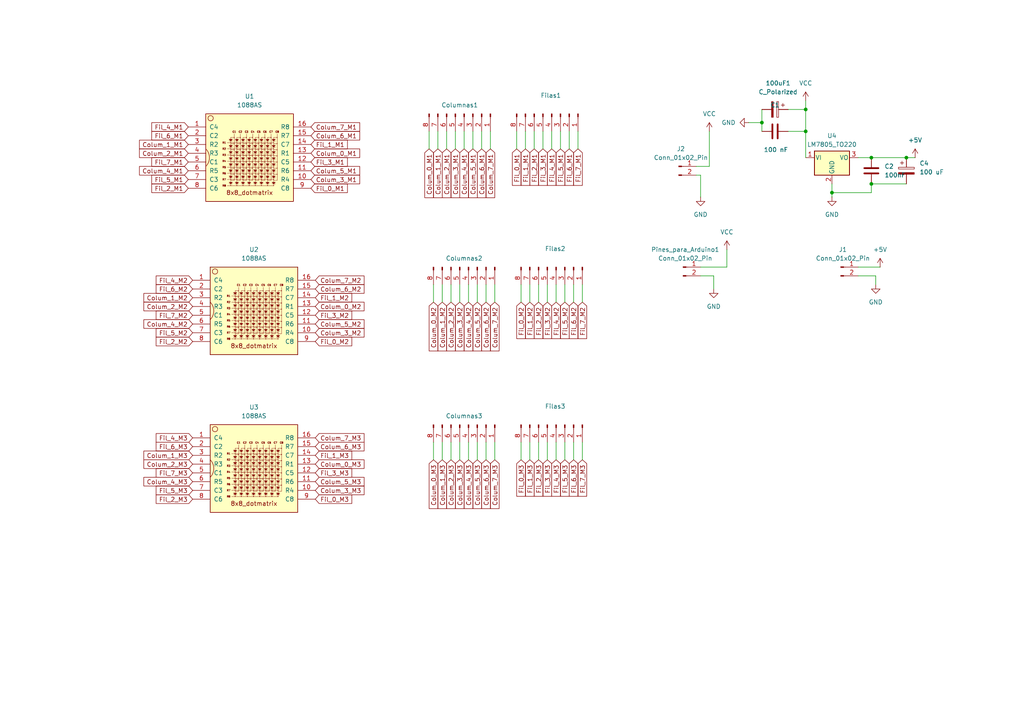
<source format=kicad_sch>
(kicad_sch (version 20250114) (generator "eeschema") (generator_version "9.0")
  (paper "A4")
  (lib_symbols
    (symbol "Connector:Conn_01x02_Pin" (pin_names (offset 1.016) (hide yes))
      (property "Reference" "J" (at 0 2.54 0))
      (property "Value" "Conn_01x02_Pin" (at 0 -5.08 0))
      (symbol "Conn_01x02_Pin_1_1"
        (pin passive line (at 5.08 0 180) (length 3.81) (name "Pin_1") (number "1"))
        (pin passive line (at 5.08 -2.54 180) (length 3.81) (name "Pin_2") (number "2"))
      )
    )
    (symbol "Connector:Conn_01x08_Pin" (pin_names (offset 1.016) (hide yes))
      (property "Reference" "J" (at 0 10.16 0))
      (property "Value" "Conn_01x08_Pin" (at 0 -12.7 0))
      (symbol "Conn_01x08_Pin_1_1"
        (pin passive line (at 5.08 7.62 180) (length 3.81) (name "Pin_1") (number "1"))
        (pin passive line (at 5.08 5.08 180) (length 3.81) (name "Pin_2") (number "2"))
        (pin passive line (at 5.08 2.54 180) (length 3.81) (name "Pin_3") (number "3"))
        (pin passive line (at 5.08 0 180) (length 3.81) (name "Pin_4") (number "4"))
        (pin passive line (at 5.08 -2.54 180) (length 3.81) (name "Pin_5") (number "5"))
        (pin passive line (at 5.08 -5.08 180) (length 3.81) (name "Pin_6") (number "6"))
        (pin passive line (at 5.08 -7.62 180) (length 3.81) (name "Pin_7") (number "7"))
        (pin passive line (at 5.08 -10.16 180) (length 3.81) (name "Pin_8") (number "8"))
      )
    )
    (symbol "Device:C" (pin_numbers (hide yes)) (pin_names (offset 0.254))
      (property "Reference" "C" (at 0.635 2.54 0))
      (property "Value" "C" (at 0.635 -2.54 0))
      (symbol "C_1_1"
        (pin passive line (at 0 3.81 270) (length 2.794) (name "~") (number "1"))
        (pin passive line (at 0 -3.81 90) (length 2.794) (name "~") (number "2"))
      )
    )
    (symbol "Device:C_Polarized" (pin_numbers (hide yes)) (pin_names (offset 0.254))
      (property "Reference" "C" (at 0.635 2.54 0))
      (property "Value" "C_Polarized" (at 0.635 -2.54 0))
      (symbol "C_Polarized_1_1"
        (pin passive line (at 0 3.81 270) (length 2.794) (name "~") (number "1"))
        (pin passive line (at 0 -3.81 90) (length 2.794) (name "~") (number "2"))
      )
    )
    (symbol "LED_1088as:1088AS" (pin_names (offset 1.016))
      (property "Reference" "U" (at 7.62 11.43 0))
      (property "Value" "1088AS" (at 0 11.43 0))
      (symbol "1088AS_0_0"
        (text "8x8_dotmatrix" (at 0 -10.16 0) (effects (font (size 1.27 1.27))))
      )
      (symbol "1088AS_1_1"
        (text "R1" (at -7.366 4.318 0) (effects (font (size 0.508 0.508))))
        (text "R2" (at -7.366 2.54 0) (effects (font (size 0.508 0.508))))
        (text "R3" (at -7.366 0.762 0) (effects (font (size 0.508 0.508))))
        (text "R4" (at -7.366 -1.016 0) (effects (font (size 0.508 0.508))))
        (text "R5" (at -7.366 -2.794 0) (effects (font (size 0.508 0.508))))
        (text "R6" (at -7.366 -4.572 0) (effects (font (size 0.508 0.508))))
        (text "R7" (at -7.366 -6.35 0) (effects (font (size 0.508 0.508))))
        (text "R8" (at -7.366 -8.128 0) (effects (font (size 0.508 0.508))))
        (text "C1" (at -4.445 7.493 0) (effects (font (size 0.508 0.508))))
        (text "C2" (at -2.667 7.493 0) (effects (font (size 0.508 0.508))))
        (text "C3" (at -0.889 7.493 0) (effects (font (size 0.508 0.508))))
        (text "C4" (at 0.889 7.493 0) (effects (font (size 0.508 0.508))))
        (text "C5" (at 2.667 7.493 0) (effects (font (size 0.508 0.508))))
        (text "C6" (at 4.445 7.493 0) (effects (font (size 0.508 0.508))))
        (text "C7" (at 6.223 7.493 0) (effects (font (size 0.508 0.508))))
        (text "C8" (at 8.001 7.493 0) (effects (font (size 0.508 0.508))))
        (pin input line (at -17.78 8.89 0) (length 5.08) (name "C4") (number "1"))
        (pin input line (at -17.78 6.35 0) (length 5.08) (name "C2") (number "2"))
        (pin output line (at -17.78 3.81 0) (length 5.08) (name "R2") (number "3"))
        (pin output line (at -17.78 1.27 0) (length 5.08) (name "R3") (number "4"))
        (pin input line (at -17.78 -1.27 0) (length 5.08) (name "C1") (number "5"))
        (pin output line (at -17.78 -3.81 0) (length 5.08) (name "R5") (number "6"))
        (pin input line (at -17.78 -6.35 0) (length 5.08) (name "C3") (number "7"))
        (pin input line (at -17.78 -8.89 0) (length 5.08) (name "C6") (number "8"))
        (pin output line (at 17.78 8.89 180) (length 5.08) (name "R8") (number "16"))
        (pin output line (at 17.78 6.35 180) (length 5.08) (name "R7") (number "15"))
        (pin input line (at 17.78 3.81 180) (length 5.08) (name "C7") (number "14"))
        (pin output line (at 17.78 1.27 180) (length 5.08) (name "R1") (number "13"))
        (pin input line (at 17.78 -1.27 180) (length 5.08) (name "C5") (number "12"))
        (pin output line (at 17.78 -3.81 180) (length 5.08) (name "R6") (number "11"))
        (pin output line (at 17.78 -6.35 180) (length 5.08) (name "R4") (number "10"))
        (pin input line (at 17.78 -8.89 180) (length 5.08) (name "C8") (number "9"))
      )
    )
    (symbol "Regulator_Linear:LM7805_TO220" (pin_names (offset 0.254))
      (property "Reference" "U" (at -3.81 3.175 0))
      (property "Value" "LM7805_TO220" (at 0 3.175 0))
      (symbol "LM7805_TO220_1_1"
        (pin power_in line (at -7.62 0 0) (length 2.54) (name "VI") (number "1"))
        (pin power_in line (at 0 -7.62 90) (length 2.54) (name "GND") (number "2"))
        (pin power_out line (at 7.62 0 180) (length 2.54) (name "VO") (number "3"))
      )
    )
    (symbol "power:+5V" (power) (pin_numbers (hide yes)) (pin_names (offset 0) (hide yes))
      (property "Value" "+5V" (at 0 3.556 0))
      (symbol "+5V_1_1"
        (pin power_in line (at 0 0 90) (length 0) (name "~") (number "1"))
      )
    )
    (symbol "power:GND" (power) (pin_numbers (hide yes)) (pin_names (offset 0) (hide yes))
      (property "Value" "GND" (at 0 -3.81 0))
      (symbol "GND_1_1"
        (pin power_in line (at 0 0 270) (length 0) (name "~") (number "1"))
      )
    )
    (symbol "power:VCC" (power) (pin_numbers (hide yes)) (pin_names (offset 0) (hide yes))
      (property "Value" "VCC" (at 0 3.556 0))
      (symbol "VCC_1_1"
        (pin power_in line (at 0 0 90) (length 0) (name "~") (number "1"))
      )
    )
  )
  (junction (at 233.68 31.75))
  (junction (at 262.89 45.72))
  (junction (at 252.73 45.72))
  (junction (at 233.68 38.1))
  (junction (at 220.98 35.56))
  (junction (at 241.3 55.88))
  (junction (at 252.73 53.34))
  (wire (pts (xy 248.92 45.72) (xy 252.73 45.72)))
  (wire (pts (xy 161.29 82.55) (xy 161.29 87.63)))
  (wire (pts (xy 252.73 45.72) (xy 262.89 45.72)))
  (wire (pts (xy 157.48 38.1) (xy 157.48 43.18)))
  (wire (pts (xy 166.37 82.55) (xy 166.37 87.63)))
  (wire (pts (xy 162.56 38.1) (xy 162.56 43.18)))
  (wire (pts (xy 149.86 38.1) (xy 149.86 43.18)))
  (wire (pts (xy 203.2 50.8) (xy 203.2 57.15)))
  (wire (pts (xy 151.13 82.55) (xy 151.13 87.63)))
  (wire (pts (xy 125.73 82.55) (xy 125.73 87.63)))
  (wire (pts (xy 160.02 38.1) (xy 160.02 43.18)))
  (wire (pts (xy 140.97 82.55) (xy 140.97 87.63)))
  (wire (pts (xy 128.27 128.27) (xy 128.27 133.35)))
  (wire (pts (xy 130.81 82.55) (xy 130.81 87.63)))
  (wire (pts (xy 220.98 35.56) (xy 220.98 38.1)))
  (wire (pts (xy 128.27 82.55) (xy 128.27 87.63)))
  (wire (pts (xy 154.94 38.1) (xy 154.94 43.18)))
  (wire (pts (xy 139.7 38.1) (xy 139.7 43.18)))
  (wire (pts (xy 161.29 128.27) (xy 161.29 133.35)))
  (wire (pts (xy 166.37 128.27) (xy 166.37 133.35)))
  (wire (pts (xy 233.68 29.21) (xy 233.68 31.75)))
  (wire (pts (xy 163.83 82.55) (xy 163.83 87.63)))
  (wire (pts (xy 135.89 82.55) (xy 135.89 87.63)))
  (wire (pts (xy 153.67 128.27) (xy 153.67 133.35)))
  (wire (pts (xy 233.68 31.75) (xy 233.68 38.1)))
  (wire (pts (xy 124.46 38.1) (xy 124.46 43.18)))
  (wire (pts (xy 205.74 48.26) (xy 201.93 48.26)))
  (wire (pts (xy 134.62 38.1) (xy 134.62 43.18)))
  (wire (pts (xy 152.4 38.1) (xy 152.4 43.18)))
  (wire (pts (xy 133.35 128.27) (xy 133.35 133.35)))
  (wire (pts (xy 138.43 128.27) (xy 138.43 133.35)))
  (wire (pts (xy 153.67 82.55) (xy 153.67 87.63)))
  (wire (pts (xy 168.91 128.27) (xy 168.91 133.35)))
  (wire (pts (xy 201.93 50.8) (xy 203.2 50.8)))
  (wire (pts (xy 207.01 80.01) (xy 207.01 83.82)))
  (wire (pts (xy 228.6 31.75) (xy 233.68 31.75)))
  (wire (pts (xy 142.24 38.1) (xy 142.24 43.18)))
  (wire (pts (xy 156.21 128.27) (xy 156.21 133.35)))
  (wire (pts (xy 133.35 82.55) (xy 133.35 87.63)))
  (wire (pts (xy 262.89 45.72) (xy 265.43 45.72)))
  (wire (pts (xy 151.13 128.27) (xy 151.13 133.35)))
  (wire (pts (xy 252.73 53.34) (xy 252.73 55.88)))
  (wire (pts (xy 220.98 35.56) (xy 220.98 31.75)))
  (wire (pts (xy 168.91 82.55) (xy 168.91 87.63)))
  (wire (pts (xy 129.54 38.1) (xy 129.54 43.18)))
  (wire (pts (xy 262.89 53.34) (xy 252.73 53.34)))
  (wire (pts (xy 254 80.01) (xy 254 82.55)))
  (wire (pts (xy 137.16 38.1) (xy 137.16 43.18)))
  (wire (pts (xy 125.73 128.27) (xy 125.73 133.35)))
  (wire (pts (xy 228.6 38.1) (xy 233.68 38.1)))
  (wire (pts (xy 241.3 55.88) (xy 241.3 57.15)))
  (wire (pts (xy 210.82 77.47) (xy 210.82 72.39)))
  (wire (pts (xy 217.17 35.56) (xy 220.98 35.56)))
  (wire (pts (xy 203.2 80.01) (xy 207.01 80.01)))
  (wire (pts (xy 163.83 128.27) (xy 163.83 133.35)))
  (wire (pts (xy 203.2 77.47) (xy 210.82 77.47)))
  (wire (pts (xy 130.81 128.27) (xy 130.81 133.35)))
  (wire (pts (xy 248.92 80.01) (xy 254 80.01)))
  (wire (pts (xy 205.74 38.1) (xy 205.74 48.26)))
  (wire (pts (xy 140.97 128.27) (xy 140.97 133.35)))
  (wire (pts (xy 138.43 82.55) (xy 138.43 87.63)))
  (wire (pts (xy 143.51 128.27) (xy 143.51 133.35)))
  (wire (pts (xy 248.92 77.47) (xy 255.27 77.47)))
  (wire (pts (xy 135.89 128.27) (xy 135.89 133.35)))
  (wire (pts (xy 156.21 82.55) (xy 156.21 87.63)))
  (wire (pts (xy 252.73 55.88) (xy 241.3 55.88)))
  (wire (pts (xy 165.1 38.1) (xy 165.1 43.18)))
  (wire (pts (xy 233.68 38.1) (xy 233.68 45.72)))
  (wire (pts (xy 143.51 82.55) (xy 143.51 87.63)))
  (wire (pts (xy 167.64 38.1) (xy 167.64 43.18)))
  (wire (pts (xy 158.75 128.27) (xy 158.75 133.35)))
  (wire (pts (xy 127 38.1) (xy 127 43.18)))
  (wire (pts (xy 132.08 38.1) (xy 132.08 43.18)))
  (wire (pts (xy 241.3 53.34) (xy 241.3 55.88)))
  (wire (pts (xy 158.75 82.55) (xy 158.75 87.63)))
  (global_label "Colum_6_M3" (shape input) (at 91.44 129.54 0) (property "Intersheetrefs" "${INTERSHEET_REFS}" (effects (hide yes))))
  (global_label "Colum_0_M1" (shape input) (at 90.17 44.45 0) (property "Intersheetrefs" "${INTERSHEET_REFS}" (effects (hide yes))))
  (global_label "Fil_4_M3" (shape input) (at 161.29 133.35 270) (property "Intersheetrefs" "${INTERSHEET_REFS}" (effects (hide yes))))
  (global_label "Colum_3_M1" (shape input) (at 132.08 43.18 270) (property "Intersheetrefs" "${INTERSHEET_REFS}" (effects (hide yes))))
  (global_label "Colum_4_M2" (shape input) (at 135.89 87.63 270) (property "Intersheetrefs" "${INTERSHEET_REFS}" (effects (hide yes))))
  (global_label "Fil_5_M3" (shape input) (at 55.88 142.24 180) (property "Intersheetrefs" "${INTERSHEET_REFS}" (effects (hide yes))))
  (global_label "Colum_4_M3" (shape input) (at 135.89 133.35 270) (property "Intersheetrefs" "${INTERSHEET_REFS}" (effects (hide yes))))
  (global_label "Colum_3_M2" (shape input) (at 91.44 96.52 0) (property "Intersheetrefs" "${INTERSHEET_REFS}" (effects (hide yes))))
  (global_label "Fil_4_M3" (shape input) (at 55.88 127 180) (property "Intersheetrefs" "${INTERSHEET_REFS}" (effects (hide yes))))
  (global_label "Fil_4_M1" (shape input) (at 160.02 43.18 270) (property "Intersheetrefs" "${INTERSHEET_REFS}" (effects (hide yes))))
  (global_label "Colum_2_M3" (shape input) (at 130.81 133.35 270) (property "Intersheetrefs" "${INTERSHEET_REFS}" (effects (hide yes))))
  (global_label "Fil_1_M2" (shape input) (at 91.44 86.36 0) (property "Intersheetrefs" "${INTERSHEET_REFS}" (effects (hide yes))))
  (global_label "Colum_0_M2" (shape input) (at 125.73 87.63 270) (property "Intersheetrefs" "${INTERSHEET_REFS}" (effects (hide yes))))
  (global_label "Fil_4_M2" (shape input) (at 161.29 87.63 270) (property "Intersheetrefs" "${INTERSHEET_REFS}" (effects (hide yes))))
  (global_label "Fil_3_M3" (shape input) (at 91.44 137.16 0) (property "Intersheetrefs" "${INTERSHEET_REFS}" (effects (hide yes))))
  (global_label "Fil_2_M3" (shape input) (at 156.21 133.35 270) (property "Intersheetrefs" "${INTERSHEET_REFS}" (effects (hide yes))))
  (global_label "Fil_3_M2" (shape input) (at 91.44 91.44 0) (property "Intersheetrefs" "${INTERSHEET_REFS}" (effects (hide yes))))
  (global_label "Fil_7_M3" (shape input) (at 55.88 137.16 180) (property "Intersheetrefs" "${INTERSHEET_REFS}" (effects (hide yes))))
  (global_label "Colum_6_M1" (shape input) (at 90.17 39.37 0) (property "Intersheetrefs" "${INTERSHEET_REFS}" (effects (hide yes))))
  (global_label "Fil_4_M1" (shape input) (at 54.61 36.83 180) (property "Intersheetrefs" "${INTERSHEET_REFS}" (effects (hide yes))))
  (global_label "Fil_4_M2" (shape input) (at 55.88 81.28 180) (property "Intersheetrefs" "${INTERSHEET_REFS}" (effects (hide yes))))
  (global_label "Colum_7_M2" (shape input) (at 91.44 81.28 0) (property "Intersheetrefs" "${INTERSHEET_REFS}" (effects (hide yes))))
  (global_label "Colum_5_M1" (shape input) (at 90.17 49.53 0) (property "Intersheetrefs" "${INTERSHEET_REFS}" (effects (hide yes))))
  (global_label "Fil_0_M3" (shape input) (at 91.44 144.78 0) (property "Intersheetrefs" "${INTERSHEET_REFS}" (effects (hide yes))))
  (global_label "Fil_6_M1" (shape input) (at 165.1 43.18 270) (property "Intersheetrefs" "${INTERSHEET_REFS}" (effects (hide yes))))
  (global_label "Colum_5_M3" (shape input) (at 91.44 139.7 0) (property "Intersheetrefs" "${INTERSHEET_REFS}" (effects (hide yes))))
  (global_label "Colum_5_M2" (shape input) (at 138.43 87.63 270) (property "Intersheetrefs" "${INTERSHEET_REFS}" (effects (hide yes))))
  (global_label "Fil_5_M2" (shape input) (at 163.83 87.63 270) (property "Intersheetrefs" "${INTERSHEET_REFS}" (effects (hide yes))))
  (global_label "Colum_1_M1" (shape input) (at 54.61 41.91 180) (property "Intersheetrefs" "${INTERSHEET_REFS}" (effects (hide yes))))
  (global_label "Colum_1_M3" (shape input) (at 55.88 132.08 180) (property "Intersheetrefs" "${INTERSHEET_REFS}" (effects (hide yes))))
  (global_label "Fil_0_M3" (shape input) (at 151.13 133.35 270) (property "Intersheetrefs" "${INTERSHEET_REFS}" (effects (hide yes))))
  (global_label "Colum_1_M1" (shape input) (at 127 43.18 270) (property "Intersheetrefs" "${INTERSHEET_REFS}" (effects (hide yes))))
  (global_label "Fil_0_M2" (shape input) (at 151.13 87.63 270) (property "Intersheetrefs" "${INTERSHEET_REFS}" (effects (hide yes))))
  (global_label "Colum_7_M3" (shape input) (at 91.44 127 0) (property "Intersheetrefs" "${INTERSHEET_REFS}" (effects (hide yes))))
  (global_label "Fil_6_M3" (shape input) (at 55.88 129.54 180) (property "Intersheetrefs" "${INTERSHEET_REFS}" (effects (hide yes))))
  (global_label "Fil_7_M1" (shape input) (at 54.61 46.99 180) (property "Intersheetrefs" "${INTERSHEET_REFS}" (effects (hide yes))))
  (global_label "Colum_4_M2" (shape input) (at 55.88 93.98 180) (property "Intersheetrefs" "${INTERSHEET_REFS}" (effects (hide yes))))
  (global_label "Colum_5_M1" (shape input) (at 137.16 43.18 270) (property "Intersheetrefs" "${INTERSHEET_REFS}" (effects (hide yes))))
  (global_label "Colum_3_M3" (shape input) (at 133.35 133.35 270) (property "Intersheetrefs" "${INTERSHEET_REFS}" (effects (hide yes))))
  (global_label "Fil_1_M1" (shape input) (at 90.17 41.91 0) (property "Intersheetrefs" "${INTERSHEET_REFS}" (effects (hide yes))))
  (global_label "Fil_6_M2" (shape input) (at 166.37 87.63 270) (property "Intersheetrefs" "${INTERSHEET_REFS}" (effects (hide yes))))
  (global_label "Colum_7_M1" (shape input) (at 142.24 43.18 270) (property "Intersheetrefs" "${INTERSHEET_REFS}" (effects (hide yes))))
  (global_label "Colum_6_M3" (shape input) (at 140.97 133.35 270) (property "Intersheetrefs" "${INTERSHEET_REFS}" (effects (hide yes))))
  (global_label "Fil_2_M3" (shape input) (at 55.88 144.78 180) (property "Intersheetrefs" "${INTERSHEET_REFS}" (effects (hide yes))))
  (global_label "Colum_7_M2" (shape input) (at 143.51 87.63 270) (property "Intersheetrefs" "${INTERSHEET_REFS}" (effects (hide yes))))
  (global_label "Colum_1_M2" (shape input) (at 55.88 86.36 180) (property "Intersheetrefs" "${INTERSHEET_REFS}" (effects (hide yes))))
  (global_label "Colum_7_M1" (shape input) (at 90.17 36.83 0) (property "Intersheetrefs" "${INTERSHEET_REFS}" (effects (hide yes))))
  (global_label "Colum_4_M1" (shape input) (at 54.61 49.53 180) (property "Intersheetrefs" "${INTERSHEET_REFS}" (effects (hide yes))))
  (global_label "Colum_0_M1" (shape input) (at 124.46 43.18 270) (property "Intersheetrefs" "${INTERSHEET_REFS}" (effects (hide yes))))
  (global_label "Fil_2_M1" (shape input) (at 154.94 43.18 270) (property "Intersheetrefs" "${INTERSHEET_REFS}" (effects (hide yes))))
  (global_label "Fil_3_M1" (shape input) (at 90.17 46.99 0) (property "Intersheetrefs" "${INTERSHEET_REFS}" (effects (hide yes))))
  (global_label "Colum_5_M2" (shape input) (at 91.44 93.98 0) (property "Intersheetrefs" "${INTERSHEET_REFS}" (effects (hide yes))))
  (global_label "Fil_1_M3" (shape input) (at 91.44 132.08 0) (property "Intersheetrefs" "${INTERSHEET_REFS}" (effects (hide yes))))
  (global_label "Colum_4_M3" (shape input) (at 55.88 139.7 180) (property "Intersheetrefs" "${INTERSHEET_REFS}" (effects (hide yes))))
  (global_label "Fil_3_M1" (shape input) (at 157.48 43.18 270) (property "Intersheetrefs" "${INTERSHEET_REFS}" (effects (hide yes))))
  (global_label "Fil_5_M1" (shape input) (at 162.56 43.18 270) (property "Intersheetrefs" "${INTERSHEET_REFS}" (effects (hide yes))))
  (global_label "Colum_6_M2" (shape input) (at 91.44 83.82 0) (property "Intersheetrefs" "${INTERSHEET_REFS}" (effects (hide yes))))
  (global_label "Colum_5_M3" (shape input) (at 138.43 133.35 270) (property "Intersheetrefs" "${INTERSHEET_REFS}" (effects (hide yes))))
  (global_label "Fil_6_M3" (shape input) (at 166.37 133.35 270) (property "Intersheetrefs" "${INTERSHEET_REFS}" (effects (hide yes))))
  (global_label "Fil_2_M2" (shape input) (at 55.88 99.06 180) (property "Intersheetrefs" "${INTERSHEET_REFS}" (effects (hide yes))))
  (global_label "Colum_7_M3" (shape input) (at 143.51 133.35 270) (property "Intersheetrefs" "${INTERSHEET_REFS}" (effects (hide yes))))
  (global_label "Fil_7_M3" (shape input) (at 168.91 133.35 270) (property "Intersheetrefs" "${INTERSHEET_REFS}" (effects (hide yes))))
  (global_label "Colum_2_M3" (shape input) (at 55.88 134.62 180) (property "Intersheetrefs" "${INTERSHEET_REFS}" (effects (hide yes))))
  (global_label "Colum_0_M3" (shape input) (at 91.44 134.62 0) (property "Intersheetrefs" "${INTERSHEET_REFS}" (effects (hide yes))))
  (global_label "Fil_0_M1" (shape input) (at 149.86 43.18 270) (property "Intersheetrefs" "${INTERSHEET_REFS}" (effects (hide yes))))
  (global_label "Fil_3_M2" (shape input) (at 158.75 87.63 270) (property "Intersheetrefs" "${INTERSHEET_REFS}" (effects (hide yes))))
  (global_label "Colum_1_M3" (shape input) (at 128.27 133.35 270) (property "Intersheetrefs" "${INTERSHEET_REFS}" (effects (hide yes))))
  (global_label "Fil_7_M2" (shape input) (at 168.91 87.63 270) (property "Intersheetrefs" "${INTERSHEET_REFS}" (effects (hide yes))))
  (global_label "Colum_6_M1" (shape input) (at 139.7 43.18 270) (property "Intersheetrefs" "${INTERSHEET_REFS}" (effects (hide yes))))
  (global_label "Colum_2_M1" (shape input) (at 54.61 44.45 180) (property "Intersheetrefs" "${INTERSHEET_REFS}" (effects (hide yes))))
  (global_label "Colum_4_M1" (shape input) (at 134.62 43.18 270) (property "Intersheetrefs" "${INTERSHEET_REFS}" (effects (hide yes))))
  (global_label "Fil_6_M1" (shape input) (at 54.61 39.37 180) (property "Intersheetrefs" "${INTERSHEET_REFS}" (effects (hide yes))))
  (global_label "Colum_3_M3" (shape input) (at 91.44 142.24 0) (property "Intersheetrefs" "${INTERSHEET_REFS}" (effects (hide yes))))
  (global_label "Fil_7_M2" (shape input) (at 55.88 91.44 180) (property "Intersheetrefs" "${INTERSHEET_REFS}" (effects (hide yes))))
  (global_label "Colum_2_M2" (shape input) (at 55.88 88.9 180) (property "Intersheetrefs" "${INTERSHEET_REFS}" (effects (hide yes))))
  (global_label "Fil_1_M1" (shape input) (at 152.4 43.18 270) (property "Intersheetrefs" "${INTERSHEET_REFS}" (effects (hide yes))))
  (global_label "Fil_1_M2" (shape input) (at 153.67 87.63 270) (property "Intersheetrefs" "${INTERSHEET_REFS}" (effects (hide yes))))
  (global_label "Colum_0_M2" (shape input) (at 91.44 88.9 0) (property "Intersheetrefs" "${INTERSHEET_REFS}" (effects (hide yes))))
  (global_label "Fil_1_M3" (shape input) (at 153.67 133.35 270) (property "Intersheetrefs" "${INTERSHEET_REFS}" (effects (hide yes))))
  (global_label "Fil_5_M1" (shape input) (at 54.61 52.07 180) (property "Intersheetrefs" "${INTERSHEET_REFS}" (effects (hide yes))))
  (global_label "Fil_5_M2" (shape input) (at 55.88 96.52 180) (property "Intersheetrefs" "${INTERSHEET_REFS}" (effects (hide yes))))
  (global_label "Fil_0_M2" (shape input) (at 91.44 99.06 0) (property "Intersheetrefs" "${INTERSHEET_REFS}" (effects (hide yes))))
  (global_label "Colum_0_M3" (shape input) (at 125.73 133.35 270) (property "Intersheetrefs" "${INTERSHEET_REFS}" (effects (hide yes))))
  (global_label "Colum_2_M1" (shape input) (at 129.54 43.18 270) (property "Intersheetrefs" "${INTERSHEET_REFS}" (effects (hide yes))))
  (global_label "Colum_2_M2" (shape input) (at 130.81 87.63 270) (property "Intersheetrefs" "${INTERSHEET_REFS}" (effects (hide yes))))
  (global_label "Colum_3_M1" (shape input) (at 90.17 52.07 0) (property "Intersheetrefs" "${INTERSHEET_REFS}" (effects (hide yes))))
  (global_label "Fil_0_M1" (shape input) (at 90.17 54.61 0) (property "Intersheetrefs" "${INTERSHEET_REFS}" (effects (hide yes))))
  (global_label "Colum_3_M2" (shape input) (at 133.35 87.63 270) (property "Intersheetrefs" "${INTERSHEET_REFS}" (effects (hide yes))))
  (global_label "Fil_7_M1" (shape input) (at 167.64 43.18 270) (property "Intersheetrefs" "${INTERSHEET_REFS}" (effects (hide yes))))
  (global_label "Fil_6_M2" (shape input) (at 55.88 83.82 180) (property "Intersheetrefs" "${INTERSHEET_REFS}" (effects (hide yes))))
  (global_label "Fil_5_M3" (shape input) (at 163.83 133.35 270) (property "Intersheetrefs" "${INTERSHEET_REFS}" (effects (hide yes))))
  (global_label "Colum_6_M2" (shape input) (at 140.97 87.63 270) (property "Intersheetrefs" "${INTERSHEET_REFS}" (effects (hide yes))))
  (global_label "Fil_2_M2" (shape input) (at 156.21 87.63 270) (property "Intersheetrefs" "${INTERSHEET_REFS}" (effects (hide yes))))
  (global_label "Fil_2_M1" (shape input) (at 54.61 54.61 180) (property "Intersheetrefs" "${INTERSHEET_REFS}" (effects (hide yes))))
  (global_label "Colum_1_M2" (shape input) (at 128.27 87.63 270) (property "Intersheetrefs" "${INTERSHEET_REFS}" (effects (hide yes))))
  (global_label "Fil_3_M3" (shape input) (at 158.75 133.35 270) (property "Intersheetrefs" "${INTERSHEET_REFS}" (effects (hide yes))))
  (symbol (lib_id "power:GND") (at 254 82.55 0) (unit 1)
    (property "Reference" "#PWR08" (effects (hide yes)))
    (property "Value" "GND" (at 254 87.63 0))
    (property "Description" "Power symbol creates a global label with name \"GND\" , ground" (effects (hide yes)))
  )
  (symbol (lib_id "power:GND") (at 241.3 57.15 0) (unit 1)
    (property "Reference" "#PWR01" (effects (hide yes)))
    (property "Value" "GND" (at 241.3 62.23 0))
    (property "Description" "Power symbol creates a global label with name \"GND\" , ground" (effects (hide yes)))
  )
  (symbol (lib_id "Device:C_Polarized") (at 224.79 31.75 270) (unit 1)
    (property "Reference" "100uF1" (at 225.679 24.13 90))
    (property "Value" "C_Polarized" (at 225.679 26.67 90))
    (property "Footprint" "Capacitor_THT:CP_Radial_D8.0mm_P2.50mm" (effects (hide yes)))
    (property "Description" "Polarized capacitor" (effects (hide yes)))
  )
  (symbol (lib_id "Connector:Conn_01x02_Pin") (at 196.85 48.26 0) (unit 1)
    (property "Reference" "J2" (at 197.485 43.18 0))
    (property "Value" "Conn_01x02_Pin" (at 197.485 45.72 0))
    (property "Footprint" "Connector_Molex:Molex_KK-396_A-41791-0002_1x02_P3.96mm_Vertical" (effects (hide yes)))
    (property "Description" "Generic connector, single row, 01x02, script generated" (effects (hide yes)))
  )
  (symbol (lib_id "Device:C") (at 224.79 38.1 90) (unit 1)
    (property "Reference" "C1" (at 224.79 30.48 90))
    (property "Value" "100 nF" (at 225.044 43.434 90))
    (property "Footprint" "Capacitor_THT:C_Disc_D3.4mm_W2.1mm_P2.50mm" (effects (hide yes)))
    (property "Description" "Unpolarized capacitor" (effects (hide yes)))
  )
  (symbol (lib_id "power:+5V") (at 255.27 77.47 0) (unit 1)
    (property "Reference" "#PWR04" (effects (hide yes)))
    (property "Value" "+5V" (at 255.27 72.39 0))
    (property "Description" "Power symbol creates a global label with name \"+5V\"" (effects (hide yes)))
  )
  (symbol (lib_id "Connector:Conn_01x08_Pin") (at 160.02 33.02 270) (unit 1)
    (property "Reference" "Filas1" (at 159.766 27.686 90))
    (property "Value" "Conn_01x08_Pin" (effects (hide yes)))
    (property "Footprint" "Connector_PinSocket_2.54mm:PinSocket_1x08_P2.54mm_Vertical" (effects (hide yes)))
    (property "Description" "Generic connector, single row, 01x08, script generated" (effects (hide yes)))
  )
  (symbol (lib_id "Connector:Conn_01x02_Pin") (at 243.84 77.47 0) (unit 1)
    (property "Reference" "J1" (at 244.475 72.39 0))
    (property "Value" "Conn_01x02_Pin" (at 244.475 74.93 0))
    (property "Footprint" "Connector_PinHeader_2.54mm:PinHeader_1x02_P2.54mm_Vertical" (effects (hide yes)))
    (property "Description" "Generic connector, single row, 01x02, script generated" (effects (hide yes)))
  )
  (symbol (lib_id "power:+5V") (at 265.43 45.72 0) (unit 1)
    (property "Reference" "#PWR07" (effects (hide yes)))
    (property "Value" "+5V" (at 265.43 40.64 0))
    (property "Description" "Power symbol creates a global label with name \"+5V\"" (effects (hide yes)))
  )
  (symbol (lib_id "power:GND") (at 203.2 57.15 0) (unit 1)
    (property "Reference" "#PWR02" (effects (hide yes)))
    (property "Value" "GND" (at 203.2 62.23 0))
    (property "Description" "Power symbol creates a global label with name \"GND\" , ground" (effects (hide yes)))
  )
  (symbol (lib_id "Regulator_Linear:LM7805_TO220") (at 241.3 45.72 0) (unit 1)
    (property "Reference" "U4" (at 241.3 39.37 0))
    (property "Value" "LM7805_TO220" (at 241.3 41.91 0))
    (property "Footprint" "Package_TO_SOT_THT:TO-220-3_Vertical" (effects (hide yes)))
    (property "Datasheet" "https://www.onsemi.cn/PowerSolutions/document/MC7800-D.PDF" (effects (hide yes)))
    (property "Description" "Positive 1A 35V Linear Regulator, Fixed Output 5V, TO-220" (effects (hide yes)))
  )
  (symbol (lib_id "Connector:Conn_01x08_Pin") (at 161.29 123.19 270) (unit 1)
    (property "Reference" "Filas3" (at 161.036 117.856 90))
    (property "Value" "Conn_01x08_Pin" (effects (hide yes)))
    (property "Footprint" "Connector_PinSocket_2.54mm:PinSocket_1x08_P2.54mm_Vertical" (effects (hide yes)))
    (property "Description" "Generic connector, single row, 01x08, script generated" (effects (hide yes)))
  )
  (symbol (lib_id "Connector:Conn_01x08_Pin") (at 135.89 77.47 270) (unit 1)
    (property "Reference" "Columnas2" (at 134.62 74.93 90))
    (property "Value" "Conn_01x08_Pin" (effects (hide yes)))
    (property "Footprint" "Connector_PinSocket_2.54mm:PinSocket_1x08_P2.54mm_Vertical" (effects (hide yes)))
    (property "Description" "Generic connector, single row, 01x08, script generated" (effects (hide yes)))
  )
  (symbol (lib_id "LED_1088as:1088AS") (at 73.66 90.17 0) (unit 1)
    (property "Reference" "U2" (at 73.66 72.39 0))
    (property "Value" "1088AS" (at 73.66 74.93 0))
    (property "Footprint" "lib_fp:LED_1088_Pin_Header" (effects (hide yes)))
  )
  (symbol (lib_id "power:VCC") (at 233.68 29.21 0) (unit 1)
    (property "Reference" "#PWR06" (effects (hide yes)))
    (property "Value" "VCC" (at 233.68 24.13 0))
    (property "Description" "Power symbol creates a global label with name \"VCC\"" (effects (hide yes)))
  )
  (symbol (lib_id "Connector:Conn_01x02_Pin") (at 198.12 77.47 0) (unit 1)
    (property "Reference" "Pines_para_Arduino1" (at 198.755 72.39 0))
    (property "Value" "Conn_01x02_Pin" (at 198.755 74.93 0))
    (property "Footprint" "Connector_PinHeader_2.54mm:PinHeader_1x02_P2.54mm_Vertical" (effects (hide yes)))
    (property "Description" "Generic connector, single row, 01x02, script generated" (effects (hide yes)))
  )
  (symbol (lib_id "Connector:Conn_01x08_Pin") (at 134.62 33.02 270) (unit 1)
    (property "Reference" "Columnas1" (at 133.35 30.48 90))
    (property "Value" "Conn_01x08_Pin" (effects (hide yes)))
    (property "Footprint" "Connector_PinSocket_2.54mm:PinSocket_1x08_P2.54mm_Vertical" (effects (hide yes)))
    (property "Description" "Generic connector, single row, 01x08, script generated" (effects (hide yes)))
  )
  (symbol (lib_id "Connector:Conn_01x08_Pin") (at 135.89 123.19 270) (unit 1)
    (property "Reference" "Columnas3" (at 134.62 120.65 90))
    (property "Value" "Conn_01x08_Pin" (effects (hide yes)))
    (property "Footprint" "Connector_PinSocket_2.54mm:PinSocket_1x08_P2.54mm_Vertical" (effects (hide yes)))
    (property "Description" "Generic connector, single row, 01x08, script generated" (effects (hide yes)))
  )
  (symbol (lib_id "Device:C_Polarized") (at 262.89 49.53 0) (unit 1)
    (property "Reference" "C4" (at 266.7 47.3709 0) (effects (justify left)))
    (property "Value" "100 uF" (at 266.7 49.9109 0) (effects (justify left)))
    (property "Footprint" "Capacitor_THT:CP_Radial_D8.0mm_P2.50mm" (effects (hide yes)))
    (property "Description" "Polarized capacitor" (effects (hide yes)))
  )
  (symbol (lib_id "LED_1088as:1088AS") (at 72.39 45.72 0) (unit 1)
    (property "Reference" "U1" (at 72.39 27.94 0))
    (property "Value" "1088AS" (at 72.39 30.48 0))
    (property "Footprint" "lib_fp:LED_1088_Pin_Header" (effects (hide yes)))
  )
  (symbol (lib_id "power:GND") (at 207.01 83.82 0) (unit 1)
    (property "Reference" "#PWR03" (effects (hide yes)))
    (property "Value" "GND" (at 207.01 88.9 0))
    (property "Description" "Power symbol creates a global label with name \"GND\" , ground" (effects (hide yes)))
  )
  (symbol (lib_id "LED_1088as:1088AS") (at 73.66 135.89 0) (unit 1)
    (property "Reference" "U3" (at 73.66 118.11 0))
    (property "Value" "1088AS" (at 73.66 120.65 0))
    (property "Footprint" "lib_fp:LED_1088_Pin_Header" (effects (hide yes)))
  )
  (symbol (lib_id "power:GND") (at 217.17 35.56 270) (unit 1)
    (property "Reference" "#PWR010" (effects (hide yes)))
    (property "Value" "GND" (at 213.36 35.5599 90) (effects (justify right)))
    (property "Description" "Power symbol creates a global label with name \"GND\" , ground" (effects (hide yes)))
  )
  (symbol (lib_id "power:VCC") (at 210.82 72.39 0) (unit 1)
    (property "Reference" "#PWR09" (effects (hide yes)))
    (property "Value" "VCC" (at 210.82 67.31 0))
    (property "Description" "Power symbol creates a global label with name \"VCC\"" (effects (hide yes)))
  )
  (symbol (lib_id "Device:C") (at 252.73 49.53 0) (unit 1)
    (property "Reference" "C2" (at 256.54 48.2599 0) (effects (justify left)))
    (property "Value" "100nF" (at 256.54 50.7999 0) (effects (justify left)))
    (property "Footprint" "Capacitor_THT:C_Disc_D3.4mm_W2.1mm_P2.50mm" (effects (hide yes)))
    (property "Description" "Unpolarized capacitor" (effects (hide yes)))
  )
  (symbol (lib_id "Connector:Conn_01x08_Pin") (at 161.29 77.47 270) (unit 1)
    (property "Reference" "Filas2" (at 161.036 72.136 90))
    (property "Value" "Conn_01x08_Pin" (effects (hide yes)))
    (property "Footprint" "Connector_PinSocket_2.54mm:PinSocket_1x08_P2.54mm_Vertical" (effects (hide yes)))
    (property "Description" "Generic connector, single row, 01x08, script generated" (effects (hide yes)))
  )
  (symbol (lib_id "power:VCC") (at 205.74 38.1 0) (unit 1)
    (property "Reference" "#PWR05" (effects (hide yes)))
    (property "Value" "VCC" (at 205.74 33.02 0))
    (property "Description" "Power symbol creates a global label with name \"VCC\"" (effects (hide yes)))
  )
)
</source>
